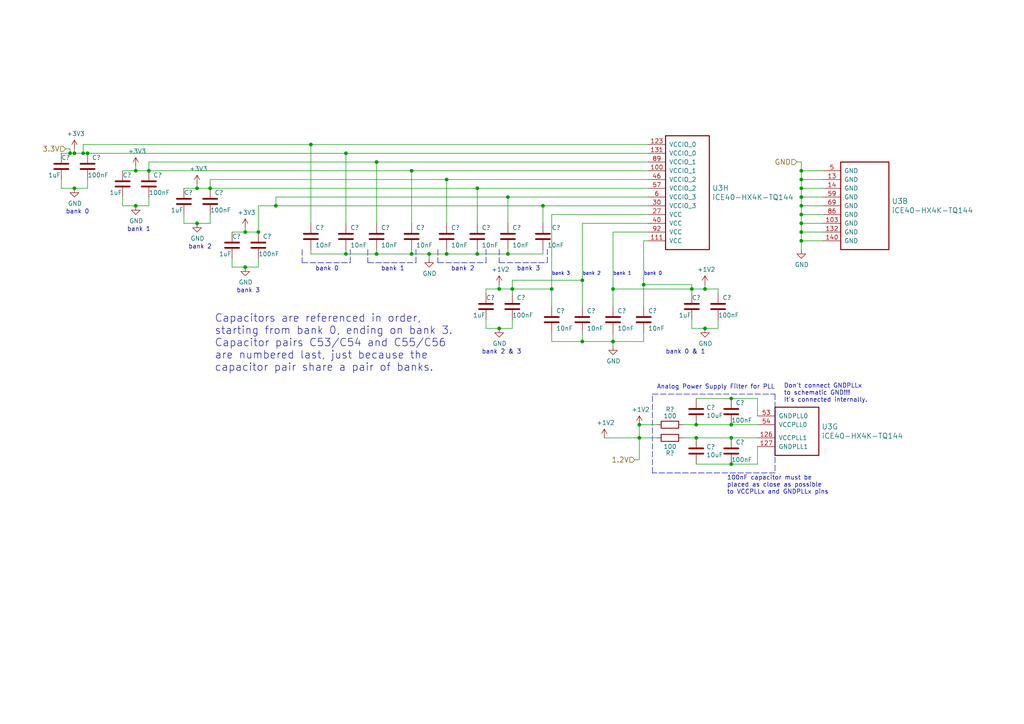
<source format=kicad_sch>
(kicad_sch (version 20231120) (generator "eeschema") (generator_version "8.0")
  (paper "A4")
  (title_block (title "FPGA Decoupling") (date "2020-04-19") (rev "1.2") (company "UTN - Facultad Regional Haedo - Grupo ASE"))
  (junction (at 138.43 73.66))
  (junction (at 212.09 127))
  (junction (at 129.54 73.66))
  (junction (at 21.59 44.45))
  (junction (at 39.37 59.69))
  (junction (at 232.41 64.77))
  (junction (at 109.22 46.99))
  (junction (at 232.41 57.15))
  (junction (at 57.15 64.77))
  (junction (at 25.4 44.45))
  (junction (at 144.78 83.82))
  (junction (at 160.02 83.82))
  (junction (at 147.32 57.15))
  (junction (at 186.69 82.55))
  (junction (at 232.41 67.31))
  (junction (at 232.41 59.69))
  (junction (at 201.93 127))
  (junction (at 109.22 73.66))
  (junction (at 119.38 49.53))
  (junction (at 71.12 67.31))
  (junction (at 21.59 54.61))
  (junction (at 204.47 95.25))
  (junction (at 24.13 44.45))
  (junction (at 232.41 52.07))
  (junction (at 212.09 134.62))
  (junction (at 200.66 83.82))
  (junction (at 119.38 73.66))
  (junction (at 177.8 99.06))
  (junction (at 204.47 83.82))
  (junction (at 232.41 62.23))
  (junction (at 100.33 44.45))
  (junction (at 57.15 54.61))
  (junction (at 90.17 41.91))
  (junction (at 144.78 95.25))
  (junction (at 124.46 73.66))
  (junction (at 232.41 49.53))
  (junction (at 177.8 83.82))
  (junction (at 185.42 123.19))
  (junction (at 129.54 52.07))
  (junction (at 80.01 59.69))
  (junction (at 20.32 44.45))
  (junction (at 74.93 67.31))
  (junction (at 71.12 77.47))
  (junction (at 100.33 73.66))
  (junction (at 212.09 115.57))
  (junction (at 147.32 73.66))
  (junction (at 201.93 123.19))
  (junction (at 168.91 99.06))
  (junction (at 232.41 54.61))
  (junction (at 232.41 69.85))
  (junction (at 157.48 59.69))
  (junction (at 43.18 49.53))
  (junction (at 39.37 49.53))
  (junction (at 148.59 83.82))
  (junction (at 138.43 54.61))
  (junction (at 168.91 81.28))
  (junction (at 212.09 123.19))
  (junction (at 185.42 127))
  (junction (at 60.96 54.61))
  (wire (pts (xy 100.33 73.66) (xy 100.33 72.39)))
  (wire (pts (xy 148.59 95.25) (xy 144.78 95.25)))
  (wire (pts (xy 138.43 72.39) (xy 138.43 73.66)))
  (wire (pts (xy 53.34 64.77) (xy 57.15 64.77)))
  (wire (pts (xy 204.47 82.55) (xy 204.47 83.82)))
  (wire (pts (xy 144.78 82.55) (xy 144.78 83.82)))
  (polyline (pts (xy 106.68 76.2) (xy 120.65 76.2)) (stroke (width 0) (type dash)))
  (wire (pts (xy 57.15 54.61) (xy 60.96 54.61)))
  (wire (pts (xy 185.42 127) (xy 190.5 127)))
  (wire (pts (xy 187.96 57.15) (xy 147.32 57.15)))
  (wire (pts (xy 21.59 44.45) (xy 24.13 44.45)))
  (wire (pts (xy 24.13 41.91) (xy 24.13 44.45)))
  (wire (pts (xy 232.41 46.99) (xy 232.41 49.53)))
  (wire (pts (xy 187.96 64.77) (xy 168.91 64.77)))
  (wire (pts (xy 67.31 67.31) (xy 71.12 67.31)))
  (wire (pts (xy 238.76 59.69) (xy 232.41 59.69)))
  (wire (pts (xy 232.41 67.31) (xy 232.41 69.85)))
  (wire (pts (xy 119.38 72.39) (xy 119.38 73.66)))
  (wire (pts (xy 198.12 123.19) (xy 201.93 123.19)))
  (wire (pts (xy 43.18 49.53) (xy 119.38 49.53)))
  (wire (pts (xy 201.93 134.62) (xy 212.09 134.62)))
  (wire (pts (xy 175.26 127) (xy 185.42 127)))
  (wire (pts (xy 187.96 49.53) (xy 119.38 49.53)))
  (wire (pts (xy 57.15 53.34) (xy 57.15 54.61)))
  (wire (pts (xy 238.76 64.77) (xy 232.41 64.77)))
  (wire (pts (xy 212.09 127) (xy 201.93 127)))
  (wire (pts (xy 90.17 41.91) (xy 90.17 64.77)))
  (wire (pts (xy 238.76 49.53) (xy 232.41 49.53)))
  (wire (pts (xy 212.09 134.62) (xy 219.71 134.62)))
  (wire (pts (xy 231.14 46.99) (xy 232.41 46.99)))
  (wire (pts (xy 208.28 95.25) (xy 204.47 95.25)))
  (wire (pts (xy 201.93 123.19) (xy 212.09 123.19)))
  (wire (pts (xy 43.18 46.99) (xy 109.22 46.99)))
  (wire (pts (xy 198.12 127) (xy 201.93 127)))
  (wire (pts (xy 186.69 82.55) (xy 200.66 82.55)))
  (wire (pts (xy 157.48 59.69) (xy 157.48 64.77)))
  (wire (pts (xy 157.48 59.69) (xy 80.01 59.69)))
  (wire (pts (xy 219.71 127) (xy 212.09 127)))
  (wire (pts (xy 147.32 57.15) (xy 147.32 64.77)))
  (wire (pts (xy 144.78 83.82) (xy 148.59 83.82)))
  (wire (pts (xy 109.22 73.66) (xy 119.38 73.66)))
  (wire (pts (xy 168.91 81.28) (xy 168.91 88.9)))
  (wire (pts (xy 25.4 44.45) (xy 100.33 44.45)))
  (wire (pts (xy 200.66 85.09) (xy 200.66 83.82)))
  (wire (pts (xy 232.41 49.53) (xy 232.41 52.07)))
  (polyline (pts (xy 106.68 72.39) (xy 106.68 76.2)) (stroke (width 0) (type dash)))
  (wire (pts (xy 109.22 72.39) (xy 109.22 73.66)))
  (wire (pts (xy 147.32 72.39) (xy 147.32 73.66)))
  (wire (pts (xy 200.66 82.55) (xy 200.66 83.82)))
  (wire (pts (xy 190.5 123.19) (xy 185.42 123.19)))
  (wire (pts (xy 187.96 54.61) (xy 138.43 54.61)))
  (wire (pts (xy 177.8 83.82) (xy 200.66 83.82)))
  (wire (pts (xy 74.93 74.93) (xy 74.93 77.47)))
  (wire (pts (xy 100.33 73.66) (xy 109.22 73.66)))
  (wire (pts (xy 35.56 49.53) (xy 39.37 49.53)))
  (wire (pts (xy 168.91 99.06) (xy 177.8 99.06)))
  (wire (pts (xy 157.48 73.66) (xy 157.48 72.39)))
  (wire (pts (xy 238.76 54.61) (xy 232.41 54.61)))
  (wire (pts (xy 148.59 92.71) (xy 148.59 95.25)))
  (wire (pts (xy 184.15 133.35) (xy 185.42 133.35)))
  (wire (pts (xy 60.96 62.23) (xy 60.96 64.77)))
  (wire (pts (xy 17.78 52.07) (xy 17.78 54.61)))
  (wire (pts (xy 238.76 52.07) (xy 232.41 52.07)))
  (wire (pts (xy 200.66 92.71) (xy 200.66 95.25)))
  (wire (pts (xy 232.41 52.07) (xy 232.41 54.61)))
  (wire (pts (xy 60.96 52.07) (xy 129.54 52.07)))
  (wire (pts (xy 80.01 57.15) (xy 80.01 59.69)))
  (wire (pts (xy 219.71 123.19) (xy 212.09 123.19)))
  (wire (pts (xy 160.02 99.06) (xy 168.91 99.06)))
  (wire (pts (xy 20.32 44.45) (xy 21.59 44.45)))
  (wire (pts (xy 168.91 81.28) (xy 148.59 81.28)))
  (wire (pts (xy 238.76 67.31) (xy 232.41 67.31)))
  (polyline (pts (xy 189.23 137.16) (xy 189.23 114.3)) (stroke (width 0) (type dash)))
  (wire (pts (xy 119.38 49.53) (xy 119.38 64.77)))
  (polyline (pts (xy 120.65 76.2) (xy 120.65 72.39)) (stroke (width 0) (type dash)))
  (wire (pts (xy 60.96 52.07) (xy 60.96 54.61)))
  (wire (pts (xy 67.31 74.93) (xy 67.31 77.47)))
  (polyline (pts (xy 127 72.39) (xy 127 76.2)) (stroke (width 0) (type dash)))
  (wire (pts (xy 129.54 72.39) (xy 129.54 73.66)))
  (wire (pts (xy 24.13 44.45) (xy 25.4 44.45)))
  (wire (pts (xy 43.18 46.99) (xy 43.18 49.53)))
  (wire (pts (xy 43.18 57.15) (xy 43.18 59.69)))
  (wire (pts (xy 39.37 49.53) (xy 43.18 49.53)))
  (polyline (pts (xy 224.79 114.3) (xy 224.79 137.16)) (stroke (width 0) (type dash)))
  (polyline (pts (xy 87.63 72.39) (xy 87.63 76.2)) (stroke (width 0) (type dash)))
  (wire (pts (xy 25.4 52.07) (xy 25.4 54.61)))
  (wire (pts (xy 80.01 59.69) (xy 74.93 59.69)))
  (wire (pts (xy 100.33 44.45) (xy 100.33 64.77)))
  (wire (pts (xy 71.12 67.31) (xy 74.93 67.31)))
  (wire (pts (xy 19.05 43.18) (xy 20.32 43.18)))
  (wire (pts (xy 232.41 69.85) (xy 232.41 72.39)))
  (wire (pts (xy 208.28 92.71) (xy 208.28 95.25)))
  (polyline (pts (xy 189.23 114.3) (xy 224.79 114.3)) (stroke (width 0) (type dash)))
  (wire (pts (xy 187.96 46.99) (xy 109.22 46.99)))
  (wire (pts (xy 35.56 59.69) (xy 39.37 59.69)))
  (wire (pts (xy 138.43 73.66) (xy 147.32 73.66)))
  (wire (pts (xy 148.59 83.82) (xy 148.59 85.09)))
  (polyline (pts (xy 101.6 76.2) (xy 101.6 72.39)) (stroke (width 0) (type dash)))
  (wire (pts (xy 186.69 96.52) (xy 186.69 99.06)))
  (wire (pts (xy 219.71 120.65) (xy 219.71 115.57)))
  (wire (pts (xy 90.17 73.66) (xy 100.33 73.66)))
  (wire (pts (xy 187.96 52.07) (xy 129.54 52.07)))
  (wire (pts (xy 238.76 62.23) (xy 232.41 62.23)))
  (wire (pts (xy 138.43 54.61) (xy 60.96 54.61)))
  (wire (pts (xy 219.71 115.57) (xy 212.09 115.57)))
  (wire (pts (xy 148.59 81.28) (xy 148.59 83.82)))
  (wire (pts (xy 232.41 62.23) (xy 232.41 64.77)))
  (polyline (pts (xy 140.97 76.2) (xy 140.97 72.39)) (stroke (width 0) (type dash)))
  (wire (pts (xy 109.22 46.99) (xy 109.22 64.77)))
  (wire (pts (xy 140.97 92.71) (xy 140.97 95.25)))
  (wire (pts (xy 129.54 52.07) (xy 129.54 64.77)))
  (wire (pts (xy 185.42 127) (xy 185.42 123.19)))
  (wire (pts (xy 71.12 66.04) (xy 71.12 67.31)))
  (wire (pts (xy 147.32 73.66) (xy 157.48 73.66)))
  (wire (pts (xy 186.69 82.55) (xy 186.69 88.9)))
  (wire (pts (xy 20.32 43.18) (xy 20.32 44.45)))
  (wire (pts (xy 238.76 57.15) (xy 232.41 57.15)))
  (wire (pts (xy 185.42 133.35) (xy 185.42 127)))
  (wire (pts (xy 200.66 83.82) (xy 204.47 83.82)))
  (polyline (pts (xy 224.79 137.16) (xy 189.23 137.16)) (stroke (width 0) (type dash)))
  (wire (pts (xy 43.18 59.69) (xy 39.37 59.69)))
  (wire (pts (xy 140.97 95.25) (xy 144.78 95.25)))
  (wire (pts (xy 129.54 73.66) (xy 138.43 73.66)))
  (wire (pts (xy 17.78 54.61) (xy 21.59 54.61)))
  (wire (pts (xy 177.8 83.82) (xy 177.8 88.9)))
  (wire (pts (xy 168.91 64.77) (xy 168.91 81.28)))
  (wire (pts (xy 187.96 59.69) (xy 157.48 59.69)))
  (wire (pts (xy 21.59 43.18) (xy 21.59 44.45)))
  (wire (pts (xy 232.41 64.77) (xy 232.41 67.31)))
  (wire (pts (xy 177.8 99.06) (xy 177.8 100.33)))
  (polyline (pts (xy 144.78 72.39) (xy 144.78 76.2)) (stroke (width 0) (type dash)))
  (wire (pts (xy 238.76 69.85) (xy 232.41 69.85)))
  (wire (pts (xy 204.47 83.82) (xy 208.28 83.82)))
  (wire (pts (xy 200.66 95.25) (xy 204.47 95.25)))
  (wire (pts (xy 74.93 77.47) (xy 71.12 77.47)))
  (polyline (pts (xy 158.75 76.2) (xy 158.75 72.39)) (stroke (width 0) (type dash)))
  (wire (pts (xy 208.28 83.82) (xy 208.28 85.09)))
  (wire (pts (xy 119.38 73.66) (xy 124.46 73.66)))
  (wire (pts (xy 53.34 54.61) (xy 57.15 54.61)))
  (polyline (pts (xy 144.78 76.2) (xy 158.75 76.2)) (stroke (width 0) (type dash)))
  (wire (pts (xy 232.41 57.15) (xy 232.41 59.69)))
  (wire (pts (xy 17.78 44.45) (xy 20.32 44.45)))
  (wire (pts (xy 219.71 134.62) (xy 219.71 129.54)))
  (wire (pts (xy 160.02 96.52) (xy 160.02 99.06)))
  (wire (pts (xy 160.02 62.23) (xy 160.02 83.82)))
  (wire (pts (xy 140.97 83.82) (xy 144.78 83.82)))
  (wire (pts (xy 201.93 115.57) (xy 212.09 115.57)))
  (wire (pts (xy 187.96 67.31) (xy 177.8 67.31)))
  (wire (pts (xy 124.46 73.66) (xy 129.54 73.66)))
  (wire (pts (xy 187.96 44.45) (xy 100.33 44.45)))
  (wire (pts (xy 60.96 64.77) (xy 57.15 64.77)))
  (wire (pts (xy 53.34 62.23) (xy 53.34 64.77)))
  (wire (pts (xy 74.93 59.69) (xy 74.93 67.31)))
  (wire (pts (xy 147.32 57.15) (xy 80.01 57.15)))
  (wire (pts (xy 186.69 99.06) (xy 177.8 99.06)))
  (polyline (pts (xy 87.63 76.2) (xy 101.6 76.2)) (stroke (width 0) (type dash)))
  (polyline (pts (xy 127 76.2) (xy 140.97 76.2)) (stroke (width 0) (type dash)))
  (wire (pts (xy 177.8 96.52) (xy 177.8 99.06)))
  (wire (pts (xy 186.69 69.85) (xy 186.69 82.55)))
  (wire (pts (xy 140.97 85.09) (xy 140.97 83.82)))
  (wire (pts (xy 24.13 41.91) (xy 90.17 41.91)))
  (wire (pts (xy 187.96 69.85) (xy 186.69 69.85)))
  (wire (pts (xy 232.41 59.69) (xy 232.41 62.23)))
  (wire (pts (xy 177.8 67.31) (xy 177.8 83.82)))
  (wire (pts (xy 160.02 83.82) (xy 160.02 88.9)))
  (wire (pts (xy 187.96 62.23) (xy 160.02 62.23)))
  (wire (pts (xy 187.96 41.91) (xy 90.17 41.91)))
  (wire (pts (xy 35.56 57.15) (xy 35.56 59.69)))
  (wire (pts (xy 232.41 54.61) (xy 232.41 57.15)))
  (wire (pts (xy 160.02 83.82) (xy 148.59 83.82)))
  (wire (pts (xy 124.46 73.66) (xy 124.46 74.93)))
  (wire (pts (xy 90.17 73.66) (xy 90.17 72.39)))
  (wire (pts (xy 168.91 96.52) (xy 168.91 99.06)))
  (wire (pts (xy 25.4 54.61) (xy 21.59 54.61)))
  (wire (pts (xy 67.31 77.47) (xy 71.12 77.47)))
  (wire (pts (xy 39.37 48.26) (xy 39.37 49.53)))
  (wire (pts (xy 138.43 54.61) (xy 138.43 64.77)))
  (text "Capacitors are referenced in order,\nstarting from bank 0, ending on bank 3.\nCapacitor pairs C53/C54 and C55/C56\nare numbered last, just because the \ncapacitor pair share a pair of banks." (at 62.23 107.95 0) (effects (font (size 2.2098 2.2098)) (justify left bottom)))
  (text "Don't connect GNDPLLx\nto schematic GND!!!\nIt's connected internally." (at 227.33 116.84 0) (effects (font (size 1.27 1.27)) (justify left bottom)))
  (text "bank 1" (at 110.49 78.74 0) (effects (font (size 1.27 1.27)) (justify left bottom)))
  (text "bank 2" (at 168.91 80.01 0) (effects (font (size 0.9906 0.9906)) (justify left bottom)))
  (text "bank 3" (at 149.86 78.74 0) (effects (font (size 1.27 1.27)) (justify left bottom)))
  (text "bank 0" (at 91.44 78.74 0) (effects (font (size 1.27 1.27)) (justify left bottom)))
  (text "Analog Power Supply Filter for PLL" (at 190.5 113.03 0) (effects (font (size 1.27 1.27)) (justify left bottom)))
  (text "bank 1" (at 36.83 67.31 0) (effects (font (size 1.27 1.27)) (justify left bottom)))
  (text "bank 0 & 1" (at 193.04 102.87 0) (effects (font (size 1.27 1.27)) (justify left bottom)))
  (text "bank 0" (at 19.05 62.23 0) (effects (font (size 1.27 1.27)) (justify left bottom)))
  (text "bank 3" (at 160.02 80.01 0) (effects (font (size 0.9906 0.9906)) (justify left bottom)))
  (text "bank 3" (at 68.58 85.09 0) (effects (font (size 1.27 1.27)) (justify left bottom)))
  (text "100nF capacitor must be\nplaced as close as possible\nto VCCPLLx and GNDPLLx pins" (at 210.82 143.51 0) (effects (font (size 1.27 1.27)) (justify left bottom)))
  (text "bank 2" (at 130.81 78.74 0) (effects (font (size 1.27 1.27)) (justify left bottom)))
  (text "bank 2" (at 54.61 72.39 0) (effects (font (size 1.27 1.27)) (justify left bottom)))
  (text "bank 0" (at 186.69 80.01 0) (effects (font (size 0.9906 0.9906)) (justify left bottom)))
  (text "bank 1" (at 177.8 80.01 0) (effects (font (size 0.9906 0.9906)) (justify left bottom)))
  (text "bank 2 & 3" (at 139.7 102.87 0) (effects (font (size 1.27 1.27)) (justify left bottom)))
  (hierarchical_label "GND" (shape input) (at 231.14 46.99 180) (effects (font (size 1.4986 1.4986))))
  (hierarchical_label "1.2V" (shape input) (at 184.15 133.35 180) (effects (font (size 1.4986 1.4986))))
  (hierarchical_label "3.3V" (shape input) (at 19.05 43.18 180) (effects (font (size 1.4986 1.4986))))
  (symbol (lib_id "ice40-hx4k-tq144:iCE40-HX4K-TQ144") (at 238.76 49.53 0) (unit 2)
    (property "Reference" "U3" (at 258.5974 58.3438 0) (effects (font (size 1.524 1.524)) (justify left)))
    (property "Value" "iCE40-HX4K-TQ144" (at 258.5974 61.0362 0) (effects (font (size 1.524 1.524)) (justify left)))
    (property "Footprint" "footprints:QFP50P2200X2200X160-144N" (effects (hide yes)))
    (property "Description" "FPGA - Field Programmable Gate Array iCE40HX 3520 LUTs 1.2V Ultra Low-Power" (effects (hide yes)))
    (property "EmptyField" "-" (effects (hide yes)))
    (property "DatasheetName" "iCE40 LP/HX Family" (effects (hide yes)))
    (property "DatasheetLink" "https://ar.mouser.com/datasheet/2/225/FPGA-DS-02029-3-5-iCE40-LP-HX-Family-Data-Sheet-1022803.pdf" (effects (hide yes)))
    (property "Manufacturer" "Lattice" (effects (hide yes)))
    (property "OrderCode" "iCE40HX4K-TQ144" (effects (hide yes)))
    (property "ProviderLink" "https://ar.mouser.com/ProductDetail/Lattice/iCE40HX4K-TQ144?qs=%2Fha2pyFaduhJzbKPIVyuV1AxwgvoWTwReZRNA8sS2pFlkrTUNkMLRQ%3D%3D" (effects (hide yes)))
    (property "ProviderOrderCode" "842-ICE40HX4K-TQ144" (effects (hide yes)))
    (property "ComponentTechnology" "-" (effects (hide yes)))
  )
  (symbol (lib_id "ice40-hx4k-tq144:iCE40-HX4K-TQ144") (at 219.71 120.65 0) (unit 7)
    (property "Reference" "U3" (at 238.2774 123.7488 0) (effects (font (size 1.524 1.524)) (justify left)))
    (property "Value" "iCE40-HX4K-TQ144" (at 238.2774 126.4412 0) (effects (font (size 1.524 1.524)) (justify left)))
    (property "Footprint" "footprints:QFP50P2200X2200X160-144N" (effects (hide yes)))
    (property "Description" "FPGA - Field Programmable Gate Array iCE40HX 3520 LUTs 1.2V Ultra Low-Power" (effects (hide yes)))
    (property "EmptyField" "-" (effects (hide yes)))
    (property "DatasheetName" "iCE40 LP/HX Family" (effects (hide yes)))
    (property "DatasheetLink" "https://ar.mouser.com/datasheet/2/225/FPGA-DS-02029-3-5-iCE40-LP-HX-Family-Data-Sheet-1022803.pdf" (effects (hide yes)))
    (property "Manufacturer" "Lattice" (effects (hide yes)))
    (property "OrderCode" "iCE40HX4K-TQ144" (effects (hide yes)))
    (property "ProviderLink" "https://ar.mouser.com/ProductDetail/Lattice/iCE40HX4K-TQ144?qs=%2Fha2pyFaduhJzbKPIVyuV1AxwgvoWTwReZRNA8sS2pFlkrTUNkMLRQ%3D%3D" (effects (hide yes)))
    (property "ProviderOrderCode" "842-ICE40HX4K-TQ144" (effects (hide yes)))
    (property "ComponentTechnology" "-" (effects (hide yes)))
  )
  (symbol (lib_id "ice40-hx4k-tq144:iCE40-HX4K-TQ144") (at 187.96 41.91 0) (unit 8)
    (property "Reference" "U3" (at 206.5274 54.5338 0) (effects (font (size 1.524 1.524)) (justify left)))
    (property "Value" "iCE40-HX4K-TQ144" (at 206.5274 57.2262 0) (effects (font (size 1.524 1.524)) (justify left)))
    (property "Footprint" "footprints:QFP50P2200X2200X160-144N" (effects (hide yes)))
    (property "Description" "FPGA - Field Programmable Gate Array iCE40HX 3520 LUTs 1.2V Ultra Low-Power" (effects (hide yes)))
    (property "EmptyField" "-" (effects (hide yes)))
    (property "DatasheetName" "iCE40 LP/HX Family" (effects (hide yes)))
    (property "DatasheetLink" "https://ar.mouser.com/datasheet/2/225/FPGA-DS-02029-3-5-iCE40-LP-HX-Family-Data-Sheet-1022803.pdf" (effects (hide yes)))
    (property "Manufacturer" "Lattice" (effects (hide yes)))
    (property "OrderCode" "iCE40HX4K-TQ144" (effects (hide yes)))
    (property "ProviderLink" "https://ar.mouser.com/ProductDetail/Lattice/iCE40HX4K-TQ144?qs=%2Fha2pyFaduhJzbKPIVyuV1AxwgvoWTwReZRNA8sS2pFlkrTUNkMLRQ%3D%3D" (effects (hide yes)))
    (property "ProviderOrderCode" "842-ICE40HX4K-TQ144" (effects (hide yes)))
    (property "ComponentTechnology" "-" (effects (hide yes)))
  )
  (symbol (lib_id "FPGA para todos-rescue:GND-power-FPGA-para-todos-rescue") (at 232.41 72.39 0) (unit 1)
    (property "Reference" "#PWR0134" (effects (hide yes)))
    (property "Value" "GND" (at 232.537 76.7842 0))
  )
  (symbol (lib_id "FPGA para todos-rescue:+1V2-power-FPGA-para-todos-rescue") (at 185.42 123.19 0) (unit 1)
    (property "Reference" "#PWR0135" (effects (hide yes)))
    (property "Value" "+1V2" (at 185.801 118.7958 0))
  )
  (symbol (lib_id "FPGA para todos-rescue:+1V2-power-FPGA-para-todos-rescue") (at 144.78 82.55 0) (unit 1)
    (property "Reference" "#PWR0136" (effects (hide yes)))
    (property "Value" "+1V2" (at 145.161 78.1558 0))
  )
  (symbol (lib_id "FPGA para todos-rescue:GND-power-FPGA-para-todos-rescue") (at 177.8 100.33 0) (unit 1)
    (property "Reference" "#PWR0137" (effects (hide yes)))
    (property "Value" "GND" (at 177.927 104.7242 0))
  )
  (symbol (lib_id "FPGA para todos-rescue:+3.3V-power-FPGA-para-todos-rescue") (at 21.59 43.18 0) (unit 1)
    (property "Reference" "#PWR0138" (effects (hide yes)))
    (property "Value" "+3V3" (at 21.971 38.7858 0))
  )
  (symbol (lib_id "FPGA para todos-rescue:GND-power-FPGA-para-todos-rescue") (at 124.46 74.93 0) (unit 1)
    (property "Reference" "#PWR0139" (effects (hide yes)))
    (property "Value" "GND" (at 124.587 79.3242 0))
  )
  (symbol (lib_id "FPGA para todos-rescue:GND-power-FPGA-para-todos-rescue") (at 21.59 54.61 0) (unit 1)
    (property "Reference" "#PWR0140" (effects (hide yes)))
    (property "Value" "GND" (at 21.717 59.0042 0))
  )
  (symbol (lib_id "FPGA para todos-rescue:+3.3V-power-FPGA-para-todos-rescue") (at 39.37 48.26 0) (unit 1)
    (property "Reference" "#PWR0141" (effects (hide yes)))
    (property "Value" "+3V3" (at 39.751 43.8658 0))
  )
  (symbol (lib_id "FPGA para todos-rescue:+3.3V-power-FPGA-para-todos-rescue") (at 71.12 66.04 0) (unit 1)
    (property "Reference" "#PWR0142" (effects (hide yes)))
    (property "Value" "+3V3" (at 71.501 61.6458 0))
  )
  (symbol (lib_id "FPGA para todos-rescue:+3.3V-power-FPGA-para-todos-rescue") (at 57.15 53.34 0) (unit 1)
    (property "Reference" "#PWR0143" (effects (hide yes)))
    (property "Value" "+3V3" (at 57.531 48.9458 0))
  )
  (symbol (lib_id "FPGA para todos-rescue:+1V2-power-FPGA-para-todos-rescue") (at 204.47 82.55 0) (unit 1)
    (property "Reference" "#PWR0144" (effects (hide yes)))
    (property "Value" "+1V2" (at 204.851 78.1558 0))
  )
  (symbol (lib_id "FPGA para todos-rescue:C-Device-FPGA-para-todos-rescue") (at 212.09 130.81 0) (unit 1)
    (property "Reference" "C?" (at 213.36 128.27 0) (effects (justify left)))
    (property "Value" "100nF" (at 212.09 133.35 0) (effects (justify left)))
    (property "Footprint" "footprints:C_0805_2012Metric_Pad1.15x1.40mm_HandSolder" (effects (hide yes)))
    (property "Description" "Decoupling cap - 6.3V" (effects (hide yes)))
    (property "EmptyField" "-" (effects (hide yes)))
    (property "DatasheetName" "SURFACE-MOUNT CERAMIC MULTILAYER CAPACITORS" (effects (hide yes)))
    (property "DatasheetLink" "https://ar.mouser.com/datasheet/2/447/UPY-GPHC_X7R_6.3V-to-50V_18-1154002.pdf" (effects (hide yes)))
    (property "Manufacturer" "YAGEO" (effects (hide yes)))
    (property "OrderCode" "CC0805KRX7R5BB104 " (effects (hide yes)))
    (property "ProviderLink" "https://ar.mouser.com/ProductDetail/Yageo/CC0805KRX7R5BB104?qs=UgE%2F0m3bTsYCB3fBtxx4RA%3D%3D" (effects (hide yes)))
    (property "ProviderOrderCode" "603-CC0805KRX75BB104 " (effects (hide yes)))
    (property "ComponentTechnology" "Ceramic - X7R TC material" (effects (hide yes)))
    (instances (project "" (path "" (reference "C?") (unit 1)) (path "" (reference "C?") (unit 1)) (path "" (reference "C35") (unit 1))))
  )
  (symbol (lib_id "FPGA para todos-rescue:C-Device-FPGA-para-todos-rescue") (at 160.02 92.71 0) (unit 1)
    (property "Reference" "C?" (at 161.29 90.17 0) (effects (justify left)))
    (property "Value" "10nF" (at 161.29 95.25 0) (effects (justify left)))
    (property "Footprint" "footprints:C_0805_2012Metric_Pad1.15x1.40mm_HandSolder" (effects (hide yes)))
    (property "Description" "Decoupling cap" (effects (hide yes)))
    (property "EmptyField" "-" (effects (hide yes)))
    (property "DatasheetName" "SURFACE-MOUNT CERAMIC MULTILAYER CAPACITORS" (effects (hide yes)))
    (property "DatasheetLink" "https://ar.mouser.com/datasheet/2/447/UPY-GPHC_X7R_6.3V-to-50V_18-1154002.pdf" (effects (hide yes)))
    (property "Manufacturer" "YAGEO" (effects (hide yes)))
    (property "OrderCode" "CC0805KRX7R7BB103 " (effects (hide yes)))
    (property "ProviderLink" "https://ar.mouser.com/ProductDetail/Yageo/CC0805KRX7R7BB103?qs=sGAEpiMZZMs0AnBnWHyRQAqZuYDIKiCDic8tFvJ0DLk1elEorQqHTA%3D%3D" (effects (hide yes)))
    (property "ProviderOrderCode" "603-CC0805KRX77BB103" (effects (hide yes)))
    (property "ComponentTechnology" "Ceramic - X7R TC material" (effects (hide yes)))
    (instances (project "" (path "" (reference "C?") (unit 1)) (path "" (reference "C?") (unit 1)) (path "" (reference "C52") (unit 1))))
  )
  (symbol (lib_id "FPGA para todos-rescue:C-Device-FPGA-para-todos-rescue") (at 201.93 130.81 0) (unit 1)
    (property "Reference" "C?" (at 204.851 129.6416 0) (effects (justify left)))
    (property "Value" "10uF" (at 204.851 131.953 0) (effects (justify left)))
    (property "Footprint" "footprints:C_0805_2012Metric_Pad1.15x1.40mm_HandSolder" (effects (hide yes)))
    (property "Description" "Decoupling cap" (effects (hide yes)))
    (property "EmptyField" "-" (effects (hide yes)))
    (property "DatasheetName" "SURFACE MOUNT MULTILAYER CERAMIC CAPACITORS" (effects (hide yes)))
    (property "DatasheetLink" "https://ar.mouser.com/datasheet/2/447/UPY-GPHC_X5R_4V-to-50V_25-1131599.pdf" (effects (hide yes)))
    (property "Manufacturer" "YAGEO" (effects (hide yes)))
    (property "OrderCode" "CC0805KFX5R5BB106" (effects (hide yes)))
    (property "ProviderLink" "https://ar.mouser.com/ProductDetail/Yageo/CC0805KFX5R5BB106?qs=sGAEpiMZZMs0AnBnWHyRQC78fOh4A%252BtzKxcu72T1KFI%3D" (effects (hide yes)))
    (property "ProviderOrderCode" "603-CC805KFX5R5BB106" (effects (hide yes)))
    (property "ComponentTechnology" "ceramic - X5R series chip capacitors" (effects (hide yes)))
    (instances (project "" (path "" (reference "C?") (unit 1)) (path "" (reference "C?") (unit 1)) (path "" (reference "C?") (unit 1)) (path "" (reference "C34") (unit 1))))
  )
  (symbol (lib_id "FPGA para todos-rescue:C-Device-FPGA-para-todos-rescue") (at 90.17 68.58 0) (unit 1)
    (property "Reference" "C?" (at 91.44 66.04 0) (effects (justify left)))
    (property "Value" "10nF" (at 91.44 71.12 0) (effects (justify left)))
    (property "Footprint" "footprints:C_0805_2012Metric_Pad1.15x1.40mm_HandSolder" (effects (hide yes)))
    (property "Description" "Decoupling cap" (effects (hide yes)))
    (property "EmptyField" "-" (effects (hide yes)))
    (property "DatasheetName" "SURFACE-MOUNT CERAMIC MULTILAYER CAPACITORS" (effects (hide yes)))
    (property "DatasheetLink" "https://ar.mouser.com/datasheet/2/447/UPY-GPHC_X7R_6.3V-to-50V_18-1154002.pdf" (effects (hide yes)))
    (property "Manufacturer" "YAGEO" (effects (hide yes)))
    (property "OrderCode" "CC0805KRX7R7BB103 " (effects (hide yes)))
    (property "ProviderLink" "https://ar.mouser.com/ProductDetail/Yageo/CC0805KRX7R7BB103?qs=sGAEpiMZZMs0AnBnWHyRQAqZuYDIKiCDic8tFvJ0DLk1elEorQqHTA%3D%3D" (effects (hide yes)))
    (property "ProviderOrderCode" "603-CC0805KRX77BB103" (effects (hide yes)))
    (property "ComponentTechnology" "Ceramic - X7R TC material" (effects (hide yes)))
    (instances (project "" (path "" (reference "C?") (unit 1)) (path "" (reference "C?") (unit 1)) (path "" (reference "C31") (unit 1))))
  )
  (symbol (lib_id "FPGA para todos-rescue:C-Device-FPGA-para-todos-rescue") (at 100.33 68.58 0) (unit 1)
    (property "Reference" "C?" (at 101.6 66.04 0) (effects (justify left)))
    (property "Value" "10nF" (at 101.6 71.12 0) (effects (justify left)))
    (property "Footprint" "footprints:C_0805_2012Metric_Pad1.15x1.40mm_HandSolder" (effects (hide yes)))
    (property "Description" "Decoupling cap" (effects (hide yes)))
    (property "EmptyField" "-" (effects (hide yes)))
    (property "DatasheetName" "SURFACE-MOUNT CERAMIC MULTILAYER CAPACITORS" (effects (hide yes)))
    (property "DatasheetLink" "https://ar.mouser.com/datasheet/2/447/UPY-GPHC_X7R_6.3V-to-50V_18-1154002.pdf" (effects (hide yes)))
    (property "Manufacturer" "YAGEO" (effects (hide yes)))
    (property "OrderCode" "CC0805KRX7R7BB103 " (effects (hide yes)))
    (property "ProviderLink" "https://ar.mouser.com/ProductDetail/Yageo/CC0805KRX7R7BB103?qs=sGAEpiMZZMs0AnBnWHyRQAqZuYDIKiCDic8tFvJ0DLk1elEorQqHTA%3D%3D" (effects (hide yes)))
    (property "ProviderOrderCode" "603-CC0805KRX77BB103" (effects (hide yes)))
    (property "ComponentTechnology" "Ceramic - X7R TC material" (effects (hide yes)))
    (instances (project "" (path "" (reference "C?") (unit 1)) (path "" (reference "C?") (unit 1)) (path "" (reference "C32") (unit 1))))
  )
  (symbol (lib_id "FPGA para todos-rescue:C-Device-FPGA-para-todos-rescue") (at 109.22 68.58 0) (unit 1)
    (property "Reference" "C?" (at 110.49 66.04 0) (effects (justify left)))
    (property "Value" "10nF" (at 110.49 71.12 0) (effects (justify left)))
    (property "Footprint" "footprints:C_0805_2012Metric_Pad1.15x1.40mm_HandSolder" (effects (hide yes)))
    (property "Description" "Decoupling cap" (effects (hide yes)))
    (property "EmptyField" "-" (effects (hide yes)))
    (property "DatasheetName" "SURFACE-MOUNT CERAMIC MULTILAYER CAPACITORS" (effects (hide yes)))
    (property "DatasheetLink" "https://ar.mouser.com/datasheet/2/447/UPY-GPHC_X7R_6.3V-to-50V_18-1154002.pdf" (effects (hide yes)))
    (property "Manufacturer" "YAGEO" (effects (hide yes)))
    (property "OrderCode" "CC0805KRX7R7BB103 " (effects (hide yes)))
    (property "ProviderLink" "https://ar.mouser.com/ProductDetail/Yageo/CC0805KRX7R7BB103?qs=sGAEpiMZZMs0AnBnWHyRQAqZuYDIKiCDic8tFvJ0DLk1elEorQqHTA%3D%3D" (effects (hide yes)))
    (property "ProviderOrderCode" "603-CC0805KRX77BB103" (effects (hide yes)))
    (property "ComponentTechnology" "Ceramic - X7R TC material" (effects (hide yes)))
    (instances (project "" (path "" (reference "C?") (unit 1)) (path "" (reference "C?") (unit 1)) (path "" (reference "C38") (unit 1))))
  )
  (symbol (lib_id "FPGA para todos-rescue:C-Device-FPGA-para-todos-rescue") (at 119.38 68.58 0) (unit 1)
    (property "Reference" "C?" (at 120.65 66.04 0) (effects (justify left)))
    (property "Value" "10nF" (at 120.65 71.12 0) (effects (justify left)))
    (property "Footprint" "footprints:C_0805_2012Metric_Pad1.15x1.40mm_HandSolder" (effects (hide yes)))
    (property "Description" "Decoupling cap" (effects (hide yes)))
    (property "EmptyField" "-" (effects (hide yes)))
    (property "DatasheetName" "SURFACE-MOUNT CERAMIC MULTILAYER CAPACITORS" (effects (hide yes)))
    (property "DatasheetLink" "https://ar.mouser.com/datasheet/2/447/UPY-GPHC_X7R_6.3V-to-50V_18-1154002.pdf" (effects (hide yes)))
    (property "Manufacturer" "YAGEO" (effects (hide yes)))
    (property "OrderCode" "CC0805KRX7R7BB103 " (effects (hide yes)))
    (property "ProviderLink" "https://ar.mouser.com/ProductDetail/Yageo/CC0805KRX7R7BB103?qs=sGAEpiMZZMs0AnBnWHyRQAqZuYDIKiCDic8tFvJ0DLk1elEorQqHTA%3D%3D" (effects (hide yes)))
    (property "ProviderOrderCode" "603-CC0805KRX77BB103" (effects (hide yes)))
    (property "ComponentTechnology" "Ceramic - X7R TC material" (effects (hide yes)))
    (instances (project "" (path "" (reference "C?") (unit 1)) (path "" (reference "C?") (unit 1)) (path "" (reference "C39") (unit 1))))
  )
  (symbol (lib_id "FPGA para todos-rescue:C-Device-FPGA-para-todos-rescue") (at 129.54 68.58 0) (unit 1)
    (property "Reference" "C?" (at 130.81 66.04 0) (effects (justify left)))
    (property "Value" "10nF" (at 130.81 71.12 0) (effects (justify left)))
    (property "Footprint" "footprints:C_0805_2012Metric_Pad1.15x1.40mm_HandSolder" (effects (hide yes)))
    (property "Description" "Decoupling cap" (effects (hide yes)))
    (property "EmptyField" "-" (effects (hide yes)))
    (property "DatasheetName" "SURFACE-MOUNT CERAMIC MULTILAYER CAPACITORS" (effects (hide yes)))
    (property "DatasheetLink" "https://ar.mouser.com/datasheet/2/447/UPY-GPHC_X7R_6.3V-to-50V_18-1154002.pdf" (effects (hide yes)))
    (property "Manufacturer" "YAGEO" (effects (hide yes)))
    (property "OrderCode" "CC0805KRX7R7BB103 " (effects (hide yes)))
    (property "ProviderLink" "https://ar.mouser.com/ProductDetail/Yageo/CC0805KRX7R7BB103?qs=sGAEpiMZZMs0AnBnWHyRQAqZuYDIKiCDic8tFvJ0DLk1elEorQqHTA%3D%3D" (effects (hide yes)))
    (property "ProviderOrderCode" "603-CC0805KRX77BB103" (effects (hide yes)))
    (property "ComponentTechnology" "Ceramic - X7R TC material" (effects (hide yes)))
    (instances (project "" (path "" (reference "C?") (unit 1)) (path "" (reference "C?") (unit 1)) (path "" (reference "C43") (unit 1))))
  )
  (symbol (lib_id "FPGA para todos-rescue:C-Device-FPGA-para-todos-rescue") (at 138.43 68.58 0) (unit 1)
    (property "Reference" "C?" (at 139.7 66.04 0) (effects (justify left)))
    (property "Value" "10nF" (at 139.7 71.12 0) (effects (justify left)))
    (property "Footprint" "footprints:C_0805_2012Metric_Pad1.15x1.40mm_HandSolder" (effects (hide yes)))
    (property "Description" "Decoupling cap" (effects (hide yes)))
    (property "EmptyField" "-" (effects (hide yes)))
    (property "DatasheetName" "SURFACE-MOUNT CERAMIC MULTILAYER CAPACITORS" (effects (hide yes)))
    (property "DatasheetLink" "https://ar.mouser.com/datasheet/2/447/UPY-GPHC_X7R_6.3V-to-50V_18-1154002.pdf" (effects (hide yes)))
    (property "Manufacturer" "YAGEO" (effects (hide yes)))
    (property "OrderCode" "CC0805KRX7R7BB103 " (effects (hide yes)))
    (property "ProviderLink" "https://ar.mouser.com/ProductDetail/Yageo/CC0805KRX7R7BB103?qs=sGAEpiMZZMs0AnBnWHyRQAqZuYDIKiCDic8tFvJ0DLk1elEorQqHTA%3D%3D" (effects (hide yes)))
    (property "ProviderOrderCode" "603-CC0805KRX77BB103" (effects (hide yes)))
    (property "ComponentTechnology" "Ceramic - X7R TC material" (effects (hide yes)))
    (instances (project "" (path "" (reference "C?") (unit 1)) (path "" (reference "C?") (unit 1)) (path "" (reference "C44") (unit 1))))
  )
  (symbol (lib_id "FPGA para todos-rescue:C-Device-FPGA-para-todos-rescue") (at 147.32 68.58 0) (unit 1)
    (property "Reference" "C?" (at 148.59 66.04 0) (effects (justify left)))
    (property "Value" "10nF" (at 148.59 71.12 0) (effects (justify left)))
    (property "Footprint" "footprints:C_0805_2012Metric_Pad1.15x1.40mm_HandSolder" (effects (hide yes)))
    (property "Description" "Decoupling cap" (effects (hide yes)))
    (property "EmptyField" "-" (effects (hide yes)))
    (property "DatasheetName" "SURFACE-MOUNT CERAMIC MULTILAYER CAPACITORS" (effects (hide yes)))
    (property "DatasheetLink" "https://ar.mouser.com/datasheet/2/447/UPY-GPHC_X7R_6.3V-to-50V_18-1154002.pdf" (effects (hide yes)))
    (property "Manufacturer" "YAGEO" (effects (hide yes)))
    (property "OrderCode" "CC0805KRX7R7BB103 " (effects (hide yes)))
    (property "ProviderLink" "https://ar.mouser.com/ProductDetail/Yageo/CC0805KRX7R7BB103?qs=sGAEpiMZZMs0AnBnWHyRQAqZuYDIKiCDic8tFvJ0DLk1elEorQqHTA%3D%3D" (effects (hide yes)))
    (property "ProviderOrderCode" "603-CC0805KRX77BB103" (effects (hide yes)))
    (property "ComponentTechnology" "Ceramic - X7R TC material" (effects (hide yes)))
    (instances (project "" (path "" (reference "C?") (unit 1)) (path "" (reference "C?") (unit 1)) (path "" (reference "C50") (unit 1))))
  )
  (symbol (lib_id "FPGA para todos-rescue:C-Device-FPGA-para-todos-rescue") (at 157.48 68.58 0) (unit 1)
    (property "Reference" "C?" (at 160.02 66.04 0) (effects (justify left)))
    (property "Value" "10nF" (at 158.75 71.12 0) (effects (justify left)))
    (property "Footprint" "footprints:C_0805_2012Metric_Pad1.15x1.40mm_HandSolder" (effects (hide yes)))
    (property "Description" "Decoupling cap" (effects (hide yes)))
    (property "EmptyField" "-" (effects (hide yes)))
    (property "DatasheetName" "SURFACE-MOUNT CERAMIC MULTILAYER CAPACITORS" (effects (hide yes)))
    (property "DatasheetLink" "https://ar.mouser.com/datasheet/2/447/UPY-GPHC_X7R_6.3V-to-50V_18-1154002.pdf" (effects (hide yes)))
    (property "Manufacturer" "YAGEO" (effects (hide yes)))
    (property "OrderCode" "CC0805KRX7R7BB103 " (effects (hide yes)))
    (property "ProviderLink" "https://ar.mouser.com/ProductDetail/Yageo/CC0805KRX7R7BB103?qs=sGAEpiMZZMs0AnBnWHyRQAqZuYDIKiCDic8tFvJ0DLk1elEorQqHTA%3D%3D" (effects (hide yes)))
    (property "ProviderOrderCode" "603-CC0805KRX77BB103" (effects (hide yes)))
    (property "ComponentTechnology" "Ceramic - X7R TC material" (effects (hide yes)))
    (instances (project "" (path "" (reference "C?") (unit 1)) (path "" (reference "C?") (unit 1)) (path "" (reference "C51") (unit 1))))
  )
  (symbol (lib_id "FPGA para todos-rescue:C-Device-FPGA-para-todos-rescue") (at 17.78 48.26 0) (unit 1)
    (property "Reference" "C?" (at 17.78 45.72 0) (effects (justify left)))
    (property "Value" "1uF" (at 13.97 50.8 0) (effects (justify left)))
    (property "Footprint" "footprints:C_0805_2012Metric_Pad1.15x1.40mm_HandSolder" (effects (hide yes)))
    (property "Description" "Decoupling cap" (effects (hide yes)))
    (property "EmptyField" "-" (effects (hide yes)))
    (property "DatasheetName" "SURFACE MOUNT MULTILAYER CERAMIC CAPACITORS" (effects (hide yes)))
    (property "DatasheetLink" "https://ar.mouser.com/datasheet/2/447/UPY-GPHC_X5R_4V-to-50V_25-1131599.pdf" (effects (hide yes)))
    (property "Manufacturer" "YAGEO" (effects (hide yes)))
    (property "OrderCode" "CC0805KKX5R5BB105" (effects (hide yes)))
    (property "ProviderLink" "https://ar.mouser.com/ProductDetail/Yageo/CC0805KKX5R5BB105?qs=sGAEpiMZZMs0AnBnWHyRQItaX7oCOlrYATfCxbY6oYM%3D" (effects (hide yes)))
    (property "ProviderOrderCode" "603-CC0805KR5BB105" (effects (hide yes)))
    (property "ComponentTechnology" "ceramic - X5R series chip capacitors" (effects (hide yes)))
    (instances (project "" (path "" (reference "C?") (unit 1)) (path "" (reference "C?") (unit 1)) (path "" (reference "C29") (unit 1))))
  )
  (symbol (lib_id "FPGA para todos-rescue:C-Device-FPGA-para-todos-rescue") (at 25.4 48.26 0) (unit 1)
    (property "Reference" "C?" (at 26.67 45.72 0) (effects (justify left)))
    (property "Value" "100nF" (at 25.4 50.8 0) (effects (justify left)))
    (property "Footprint" "footprints:C_0805_2012Metric_Pad1.15x1.40mm_HandSolder" (effects (hide yes)))
    (property "Description" "Decoupling cap - 6.3V" (effects (hide yes)))
    (property "EmptyField" "-" (effects (hide yes)))
    (property "DatasheetName" "SURFACE-MOUNT CERAMIC MULTILAYER CAPACITORS" (effects (hide yes)))
    (property "DatasheetLink" "https://ar.mouser.com/datasheet/2/447/UPY-GPHC_X7R_6.3V-to-50V_18-1154002.pdf" (effects (hide yes)))
    (property "Manufacturer" "YAGEO" (effects (hide yes)))
    (property "OrderCode" "CC0805KRX7R5BB104 " (effects (hide yes)))
    (property "ProviderLink" "https://ar.mouser.com/ProductDetail/Yageo/CC0805KRX7R5BB104?qs=UgE%2F0m3bTsYCB3fBtxx4RA%3D%3D" (effects (hide yes)))
    (property "ProviderOrderCode" "603-CC0805KRX75BB104 " (effects (hide yes)))
    (property "ComponentTechnology" "Ceramic - X7R TC material" (effects (hide yes)))
    (instances (project "" (path "" (reference "C?") (unit 1)) (path "" (reference "C?") (unit 1)) (path "" (reference "C30") (unit 1))))
  )
  (symbol (lib_id "FPGA para todos-rescue:GND-power-FPGA-para-todos-rescue") (at 39.37 59.69 0) (unit 1)
    (property "Reference" "#PWR0145" (effects (hide yes)))
    (property "Value" "GND" (at 39.497 64.0842 0))
  )
  (symbol (lib_id "FPGA para todos-rescue:C-Device-FPGA-para-todos-rescue") (at 35.56 53.34 0) (unit 1)
    (property "Reference" "C?" (at 35.56 50.8 0) (effects (justify left)))
    (property "Value" "1uF" (at 31.75 55.88 0) (effects (justify left)))
    (property "Footprint" "footprints:C_0805_2012Metric_Pad1.15x1.40mm_HandSolder" (effects (hide yes)))
    (property "Description" "Decoupling cap" (effects (hide yes)))
    (property "EmptyField" "-" (effects (hide yes)))
    (property "DatasheetName" "SURFACE MOUNT MULTILAYER CERAMIC CAPACITORS" (effects (hide yes)))
    (property "DatasheetLink" "https://ar.mouser.com/datasheet/2/447/UPY-GPHC_X5R_4V-to-50V_25-1131599.pdf" (effects (hide yes)))
    (property "Manufacturer" "YAGEO" (effects (hide yes)))
    (property "OrderCode" "CC0805KKX5R5BB105" (effects (hide yes)))
    (property "ProviderLink" "https://ar.mouser.com/ProductDetail/Yageo/CC0805KKX5R5BB105?qs=sGAEpiMZZMs0AnBnWHyRQItaX7oCOlrYATfCxbY6oYM%3D" (effects (hide yes)))
    (property "ProviderOrderCode" "603-CC0805KR5BB105" (effects (hide yes)))
    (property "ComponentTechnology" "ceramic - X5R series chip capacitors" (effects (hide yes)))
    (instances (project "" (path "" (reference "C?") (unit 1)) (path "" (reference "C?") (unit 1)) (path "" (reference "C36") (unit 1))))
  )
  (symbol (lib_id "FPGA para todos-rescue:C-Device-FPGA-para-todos-rescue") (at 43.18 53.34 0) (unit 1)
    (property "Reference" "C?" (at 44.45 50.8 0) (effects (justify left)))
    (property "Value" "100nF" (at 43.18 55.88 0) (effects (justify left)))
    (property "Footprint" "footprints:C_0805_2012Metric_Pad1.15x1.40mm_HandSolder" (effects (hide yes)))
    (property "Description" "Decoupling cap - 6.3V" (effects (hide yes)))
    (property "EmptyField" "-" (effects (hide yes)))
    (property "DatasheetName" "SURFACE-MOUNT CERAMIC MULTILAYER CAPACITORS" (effects (hide yes)))
    (property "DatasheetLink" "https://ar.mouser.com/datasheet/2/447/UPY-GPHC_X7R_6.3V-to-50V_18-1154002.pdf" (effects (hide yes)))
    (property "Manufacturer" "YAGEO" (effects (hide yes)))
    (property "OrderCode" "CC0805KRX7R5BB104 " (effects (hide yes)))
    (property "ProviderLink" "https://ar.mouser.com/ProductDetail/Yageo/CC0805KRX7R5BB104?qs=UgE%2F0m3bTsYCB3fBtxx4RA%3D%3D" (effects (hide yes)))
    (property "ProviderOrderCode" "603-CC0805KRX75BB104 " (effects (hide yes)))
    (property "ComponentTechnology" "Ceramic - X7R TC material" (effects (hide yes)))
    (instances (project "" (path "" (reference "C?") (unit 1)) (path "" (reference "C?") (unit 1)) (path "" (reference "C37") (unit 1))))
  )
  (symbol (lib_id "FPGA para todos-rescue:GND-power-FPGA-para-todos-rescue") (at 57.15 64.77 0) (unit 1)
    (property "Reference" "#PWR0146" (effects (hide yes)))
    (property "Value" "GND" (at 57.277 69.1642 0))
  )
  (symbol (lib_id "FPGA para todos-rescue:C-Device-FPGA-para-todos-rescue") (at 53.34 58.42 0) (unit 1)
    (property "Reference" "C?" (at 53.34 55.88 0) (effects (justify left)))
    (property "Value" "1uF" (at 49.53 60.96 0) (effects (justify left)))
    (property "Footprint" "footprints:C_0805_2012Metric_Pad1.15x1.40mm_HandSolder" (effects (hide yes)))
    (property "Description" "Decoupling cap" (effects (hide yes)))
    (property "EmptyField" "-" (effects (hide yes)))
    (property "DatasheetName" "SURFACE MOUNT MULTILAYER CERAMIC CAPACITORS" (effects (hide yes)))
    (property "DatasheetLink" "https://ar.mouser.com/datasheet/2/447/UPY-GPHC_X5R_4V-to-50V_25-1131599.pdf" (effects (hide yes)))
    (property "Manufacturer" "YAGEO" (effects (hide yes)))
    (property "OrderCode" "CC0805KKX5R5BB105" (effects (hide yes)))
    (property "ProviderLink" "https://ar.mouser.com/ProductDetail/Yageo/CC0805KKX5R5BB105?qs=sGAEpiMZZMs0AnBnWHyRQItaX7oCOlrYATfCxbY6oYM%3D" (effects (hide yes)))
    (property "ProviderOrderCode" "603-CC0805KR5BB105" (effects (hide yes)))
    (property "ComponentTechnology" "ceramic - X5R series chip capacitors" (effects (hide yes)))
    (instances (project "" (path "" (reference "C?") (unit 1)) (path "" (reference "C?") (unit 1)) (path "" (reference "C41") (unit 1))))
  )
  (symbol (lib_id "FPGA para todos-rescue:C-Device-FPGA-para-todos-rescue") (at 60.96 58.42 0) (unit 1)
    (property "Reference" "C?" (at 62.23 55.88 0) (effects (justify left)))
    (property "Value" "100nF" (at 60.96 60.96 0) (effects (justify left)))
    (property "Footprint" "footprints:C_0805_2012Metric_Pad1.15x1.40mm_HandSolder" (effects (hide yes)))
    (property "Description" "Decoupling cap - 6.3V" (effects (hide yes)))
    (property "EmptyField" "-" (effects (hide yes)))
    (property "DatasheetName" "SURFACE-MOUNT CERAMIC MULTILAYER CAPACITORS" (effects (hide yes)))
    (property "DatasheetLink" "https://ar.mouser.com/datasheet/2/447/UPY-GPHC_X7R_6.3V-to-50V_18-1154002.pdf" (effects (hide yes)))
    (property "Manufacturer" "YAGEO" (effects (hide yes)))
    (property "OrderCode" "CC0805KRX7R5BB104 " (effects (hide yes)))
    (property "ProviderLink" "https://ar.mouser.com/ProductDetail/Yageo/CC0805KRX7R5BB104?qs=UgE%2F0m3bTsYCB3fBtxx4RA%3D%3D" (effects (hide yes)))
    (property "ProviderOrderCode" "603-CC0805KRX75BB104 " (effects (hide yes)))
    (property "ComponentTechnology" "Ceramic - X7R TC material" (effects (hide yes)))
    (instances (project "" (path "" (reference "C?") (unit 1)) (path "" (reference "C?") (unit 1)) (path "" (reference "C42") (unit 1))))
  )
  (symbol (lib_id "FPGA para todos-rescue:GND-power-FPGA-para-todos-rescue") (at 71.12 77.47 0) (unit 1)
    (property "Reference" "#PWR0147" (effects (hide yes)))
    (property "Value" "GND" (at 71.247 81.8642 0))
  )
  (symbol (lib_id "FPGA para todos-rescue:C-Device-FPGA-para-todos-rescue") (at 67.31 71.12 0) (unit 1)
    (property "Reference" "C?" (at 67.31 68.58 0) (effects (justify left)))
    (property "Value" "1uF" (at 63.5 73.66 0) (effects (justify left)))
    (property "Footprint" "footprints:C_0805_2012Metric_Pad1.15x1.40mm_HandSolder" (effects (hide yes)))
    (property "Description" "Decoupling cap" (effects (hide yes)))
    (property "EmptyField" "-" (effects (hide yes)))
    (property "DatasheetName" "SURFACE MOUNT MULTILAYER CERAMIC CAPACITORS" (effects (hide yes)))
    (property "DatasheetLink" "https://ar.mouser.com/datasheet/2/447/UPY-GPHC_X5R_4V-to-50V_25-1131599.pdf" (effects (hide yes)))
    (property "Manufacturer" "YAGEO" (effects (hide yes)))
    (property "OrderCode" "CC0805KKX5R5BB105" (effects (hide yes)))
    (property "ProviderLink" "https://ar.mouser.com/ProductDetail/Yageo/CC0805KKX5R5BB105?qs=sGAEpiMZZMs0AnBnWHyRQItaX7oCOlrYATfCxbY6oYM%3D" (effects (hide yes)))
    (property "ProviderOrderCode" "603-CC0805KR5BB105" (effects (hide yes)))
    (property "ComponentTechnology" "ceramic - X5R series chip capacitors" (effects (hide yes)))
    (instances (project "" (path "" (reference "C?") (unit 1)) (path "" (reference "C?") (unit 1)) (path "" (reference "C48") (unit 1))))
  )
  (symbol (lib_id "FPGA para todos-rescue:C-Device-FPGA-para-todos-rescue") (at 74.93 71.12 0) (unit 1)
    (property "Reference" "C?" (at 76.2 68.58 0) (effects (justify left)))
    (property "Value" "100nF" (at 74.93 73.66 0) (effects (justify left)))
    (property "Footprint" "footprints:C_0805_2012Metric_Pad1.15x1.40mm_HandSolder" (effects (hide yes)))
    (property "Description" "Decoupling cap - 6.3V" (effects (hide yes)))
    (property "EmptyField" "-" (effects (hide yes)))
    (property "DatasheetName" "SURFACE-MOUNT CERAMIC MULTILAYER CAPACITORS" (effects (hide yes)))
    (property "DatasheetLink" "https://ar.mouser.com/datasheet/2/447/UPY-GPHC_X7R_6.3V-to-50V_18-1154002.pdf" (effects (hide yes)))
    (property "Manufacturer" "YAGEO" (effects (hide yes)))
    (property "OrderCode" "CC0805KRX7R5BB104 " (effects (hide yes)))
    (property "ProviderLink" "https://ar.mouser.com/ProductDetail/Yageo/CC0805KRX7R5BB104?qs=UgE%2F0m3bTsYCB3fBtxx4RA%3D%3D" (effects (hide yes)))
    (property "ProviderOrderCode" "603-CC0805KRX75BB104 " (effects (hide yes)))
    (property "ComponentTechnology" "Ceramic - X7R TC material" (effects (hide yes)))
    (instances (project "" (path "" (reference "C?") (unit 1)) (path "" (reference "C?") (unit 1)) (path "" (reference "C49") (unit 1))))
  )
  (symbol (lib_id "FPGA para todos-rescue:GND-power-FPGA-para-todos-rescue") (at 144.78 95.25 0) (unit 1)
    (property "Reference" "#PWR0148" (effects (hide yes)))
    (property "Value" "GND" (at 144.907 99.6442 0))
  )
  (symbol (lib_id "FPGA para todos-rescue:C-Device-FPGA-para-todos-rescue") (at 140.97 88.9 0) (unit 1)
    (property "Reference" "C?" (at 140.97 86.36 0) (effects (justify left)))
    (property "Value" "1uF" (at 137.16 91.44 0) (effects (justify left)))
    (property "Footprint" "footprints:C_0805_2012Metric_Pad1.15x1.40mm_HandSolder" (effects (hide yes)))
    (property "Description" "Decoupling cap" (effects (hide yes)))
    (property "EmptyField" "-" (effects (hide yes)))
    (property "DatasheetName" "SURFACE MOUNT MULTILAYER CERAMIC CAPACITORS" (effects (hide yes)))
    (property "DatasheetLink" "https://ar.mouser.com/datasheet/2/447/UPY-GPHC_X5R_4V-to-50V_25-1131599.pdf" (effects (hide yes)))
    (property "Manufacturer" "YAGEO" (effects (hide yes)))
    (property "OrderCode" "CC0805KKX5R5BB105" (effects (hide yes)))
    (property "ProviderLink" "https://ar.mouser.com/ProductDetail/Yageo/CC0805KKX5R5BB105?qs=sGAEpiMZZMs0AnBnWHyRQItaX7oCOlrYATfCxbY6oYM%3D" (effects (hide yes)))
    (property "ProviderOrderCode" "603-CC0805KR5BB105" (effects (hide yes)))
    (property "ComponentTechnology" "ceramic - X5R series chip capacitors" (effects (hide yes)))
    (instances (project "" (path "" (reference "C?") (unit 1)) (path "" (reference "C?") (unit 1)) (path "" (reference "C55") (unit 1))))
  )
  (symbol (lib_id "FPGA para todos-rescue:C-Device-FPGA-para-todos-rescue") (at 148.59 88.9 0) (unit 1)
    (property "Reference" "C?" (at 149.86 86.36 0) (effects (justify left)))
    (property "Value" "100nF" (at 148.59 91.44 0) (effects (justify left)))
    (property "Footprint" "footprints:C_0805_2012Metric_Pad1.15x1.40mm_HandSolder" (effects (hide yes)))
    (property "Description" "Decoupling cap - 6.3V" (effects (hide yes)))
    (property "EmptyField" "-" (effects (hide yes)))
    (property "DatasheetName" "SURFACE-MOUNT CERAMIC MULTILAYER CAPACITORS" (effects (hide yes)))
    (property "DatasheetLink" "https://ar.mouser.com/datasheet/2/447/UPY-GPHC_X7R_6.3V-to-50V_18-1154002.pdf" (effects (hide yes)))
    (property "Manufacturer" "YAGEO" (effects (hide yes)))
    (property "OrderCode" "CC0805KRX7R5BB104 " (effects (hide yes)))
    (property "ProviderLink" "https://ar.mouser.com/ProductDetail/Yageo/CC0805KRX7R5BB104?qs=UgE%2F0m3bTsYCB3fBtxx4RA%3D%3D" (effects (hide yes)))
    (property "ProviderOrderCode" "603-CC0805KRX75BB104 " (effects (hide yes)))
    (property "ComponentTechnology" "Ceramic - X7R TC material" (effects (hide yes)))
    (instances (project "" (path "" (reference "C?") (unit 1)) (path "" (reference "C?") (unit 1)) (path "" (reference "C56") (unit 1))))
  )
  (symbol (lib_id "FPGA para todos-rescue:GND-power-FPGA-para-todos-rescue") (at 204.47 95.25 0) (unit 1)
    (property "Reference" "#PWR0149" (effects (hide yes)))
    (property "Value" "GND" (at 204.597 99.6442 0))
  )
  (symbol (lib_id "FPGA para todos-rescue:C-Device-FPGA-para-todos-rescue") (at 200.66 88.9 0) (unit 1)
    (property "Reference" "C?" (at 200.66 86.36 0) (effects (justify left)))
    (property "Value" "1uF" (at 196.85 91.44 0) (effects (justify left)))
    (property "Footprint" "footprints:C_0805_2012Metric_Pad1.15x1.40mm_HandSolder" (effects (hide yes)))
    (property "Description" "Decoupling cap" (effects (hide yes)))
    (property "EmptyField" "-" (effects (hide yes)))
    (property "DatasheetName" "SURFACE MOUNT MULTILAYER CERAMIC CAPACITORS" (effects (hide yes)))
    (property "DatasheetLink" "https://ar.mouser.com/datasheet/2/447/UPY-GPHC_X5R_4V-to-50V_25-1131599.pdf" (effects (hide yes)))
    (property "Manufacturer" "YAGEO" (effects (hide yes)))
    (property "OrderCode" "CC0805KKX5R5BB105" (effects (hide yes)))
    (property "ProviderLink" "https://ar.mouser.com/ProductDetail/Yageo/CC0805KKX5R5BB105?qs=sGAEpiMZZMs0AnBnWHyRQItaX7oCOlrYATfCxbY6oYM%3D" (effects (hide yes)))
    (property "ProviderOrderCode" "603-CC0805KR5BB105" (effects (hide yes)))
    (property "ComponentTechnology" "ceramic - X5R series chip capacitors" (effects (hide yes)))
    (instances (project "" (path "" (reference "C?") (unit 1)) (path "" (reference "C?") (unit 1)) (path "" (reference "C53") (unit 1))))
  )
  (symbol (lib_id "FPGA para todos-rescue:C-Device-FPGA-para-todos-rescue") (at 208.28 88.9 0) (unit 1)
    (property "Reference" "C?" (at 209.55 86.36 0) (effects (justify left)))
    (property "Value" "100nF" (at 208.28 91.44 0) (effects (justify left)))
    (property "Footprint" "footprints:C_0805_2012Metric_Pad1.15x1.40mm_HandSolder" (effects (hide yes)))
    (property "Description" "Decoupling cap - 6.3V" (effects (hide yes)))
    (property "EmptyField" "-" (effects (hide yes)))
    (property "DatasheetName" "SURFACE-MOUNT CERAMIC MULTILAYER CAPACITORS" (effects (hide yes)))
    (property "DatasheetLink" "https://ar.mouser.com/datasheet/2/447/UPY-GPHC_X7R_6.3V-to-50V_18-1154002.pdf" (effects (hide yes)))
    (property "Manufacturer" "YAGEO" (effects (hide yes)))
    (property "OrderCode" "CC0805KRX7R5BB104 " (effects (hide yes)))
    (property "ProviderLink" "https://ar.mouser.com/ProductDetail/Yageo/CC0805KRX7R5BB104?qs=UgE%2F0m3bTsYCB3fBtxx4RA%3D%3D" (effects (hide yes)))
    (property "ProviderOrderCode" "603-CC0805KRX75BB104 " (effects (hide yes)))
    (property "ComponentTechnology" "Ceramic - X7R TC material" (effects (hide yes)))
    (instances (project "" (path "" (reference "C?") (unit 1)) (path "" (reference "C?") (unit 1)) (path "" (reference "C54") (unit 1))))
  )
  (symbol (lib_id "FPGA para todos-rescue:C-Device-FPGA-para-todos-rescue") (at 168.91 92.71 0) (unit 1)
    (property "Reference" "C?" (at 170.18 90.17 0) (effects (justify left)))
    (property "Value" "10nF" (at 170.18 95.25 0) (effects (justify left)))
    (property "Footprint" "footprints:C_0805_2012Metric_Pad1.15x1.40mm_HandSolder" (effects (hide yes)))
    (property "Description" "Decoupling cap" (effects (hide yes)))
    (property "EmptyField" "-" (effects (hide yes)))
    (property "DatasheetName" "SURFACE-MOUNT CERAMIC MULTILAYER CAPACITORS" (effects (hide yes)))
    (property "DatasheetLink" "https://ar.mouser.com/datasheet/2/447/UPY-GPHC_X7R_6.3V-to-50V_18-1154002.pdf" (effects (hide yes)))
    (property "Manufacturer" "YAGEO" (effects (hide yes)))
    (property "OrderCode" "CC0805KRX7R7BB103 " (effects (hide yes)))
    (property "ProviderLink" "https://ar.mouser.com/ProductDetail/Yageo/CC0805KRX7R7BB103?qs=sGAEpiMZZMs0AnBnWHyRQAqZuYDIKiCDic8tFvJ0DLk1elEorQqHTA%3D%3D" (effects (hide yes)))
    (property "ProviderOrderCode" "603-CC0805KRX77BB103" (effects (hide yes)))
    (property "ComponentTechnology" "Ceramic - X7R TC material" (effects (hide yes)))
    (instances (project "" (path "" (reference "C?") (unit 1)) (path "" (reference "C?") (unit 1)) (path "" (reference "C45") (unit 1))))
  )
  (symbol (lib_id "FPGA para todos-rescue:C-Device-FPGA-para-todos-rescue") (at 177.8 92.71 0) (unit 1)
    (property "Reference" "C?" (at 179.07 90.17 0) (effects (justify left)))
    (property "Value" "10nF" (at 179.07 95.25 0) (effects (justify left)))
    (property "Footprint" "footprints:C_0805_2012Metric_Pad1.15x1.40mm_HandSolder" (effects (hide yes)))
    (property "Description" "Decoupling cap" (effects (hide yes)))
    (property "EmptyField" "-" (effects (hide yes)))
    (property "DatasheetName" "SURFACE-MOUNT CERAMIC MULTILAYER CAPACITORS" (effects (hide yes)))
    (property "DatasheetLink" "https://ar.mouser.com/datasheet/2/447/UPY-GPHC_X7R_6.3V-to-50V_18-1154002.pdf" (effects (hide yes)))
    (property "Manufacturer" "YAGEO" (effects (hide yes)))
    (property "OrderCode" "CC0805KRX7R7BB103 " (effects (hide yes)))
    (property "ProviderLink" "https://ar.mouser.com/ProductDetail/Yageo/CC0805KRX7R7BB103?qs=sGAEpiMZZMs0AnBnWHyRQAqZuYDIKiCDic8tFvJ0DLk1elEorQqHTA%3D%3D" (effects (hide yes)))
    (property "ProviderOrderCode" "603-CC0805KRX77BB103" (effects (hide yes)))
    (property "ComponentTechnology" "Ceramic - X7R TC material" (effects (hide yes)))
    (instances (project "" (path "" (reference "C?") (unit 1)) (path "" (reference "C?") (unit 1)) (path "" (reference "C40") (unit 1))))
  )
  (symbol (lib_id "FPGA para todos-rescue:C-Device-FPGA-para-todos-rescue") (at 186.69 92.71 0) (unit 1)
    (property "Reference" "C?" (at 187.96 90.17 0) (effects (justify left)))
    (property "Value" "10nF" (at 187.96 95.25 0) (effects (justify left)))
    (property "Footprint" "footprints:C_0805_2012Metric_Pad1.15x1.40mm_HandSolder" (effects (hide yes)))
    (property "Description" "Decoupling cap" (effects (hide yes)))
    (property "EmptyField" "-" (effects (hide yes)))
    (property "DatasheetName" "SURFACE-MOUNT CERAMIC MULTILAYER CAPACITORS" (effects (hide yes)))
    (property "DatasheetLink" "https://ar.mouser.com/datasheet/2/447/UPY-GPHC_X7R_6.3V-to-50V_18-1154002.pdf" (effects (hide yes)))
    (property "Manufacturer" "YAGEO" (effects (hide yes)))
    (property "OrderCode" "CC0805KRX7R7BB103 " (effects (hide yes)))
    (property "ProviderLink" "https://ar.mouser.com/ProductDetail/Yageo/CC0805KRX7R7BB103?qs=sGAEpiMZZMs0AnBnWHyRQAqZuYDIKiCDic8tFvJ0DLk1elEorQqHTA%3D%3D" (effects (hide yes)))
    (property "ProviderOrderCode" "603-CC0805KRX77BB103" (effects (hide yes)))
    (property "ComponentTechnology" "Ceramic - X7R TC material" (effects (hide yes)))
    (instances (project "" (path "" (reference "C?") (unit 1)) (path "" (reference "C?") (unit 1)) (path "" (reference "C33") (unit 1))))
  )
  (symbol (lib_id "FPGA para todos-rescue:C-Device-FPGA-para-todos-rescue") (at 201.93 119.38 0) (unit 1)
    (property "Reference" "C?" (at 204.851 118.2116 0) (effects (justify left)))
    (property "Value" "10uF" (at 204.851 120.523 0) (effects (justify left)))
    (property "Footprint" "footprints:C_0805_2012Metric_Pad1.15x1.40mm_HandSolder" (effects (hide yes)))
    (property "Description" "Decoupling cap" (effects (hide yes)))
    (property "EmptyField" "-" (effects (hide yes)))
    (property "DatasheetName" "SURFACE MOUNT MULTILAYER CERAMIC CAPACITORS" (effects (hide yes)))
    (property "DatasheetLink" "https://ar.mouser.com/datasheet/2/447/UPY-GPHC_X5R_4V-to-50V_25-1131599.pdf" (effects (hide yes)))
    (property "Manufacturer" "YAGEO" (effects (hide yes)))
    (property "OrderCode" "CC0805KFX5R5BB106" (effects (hide yes)))
    (property "ProviderLink" "https://ar.mouser.com/ProductDetail/Yageo/CC0805KFX5R5BB106?qs=sGAEpiMZZMs0AnBnWHyRQC78fOh4A%252BtzKxcu72T1KFI%3D" (effects (hide yes)))
    (property "ProviderOrderCode" "603-CC805KFX5R5BB106" (effects (hide yes)))
    (property "ComponentTechnology" "ceramic - X5R series chip capacitors" (effects (hide yes)))
    (instances (project "" (path "" (reference "C?") (unit 1)) (path "" (reference "C?") (unit 1)) (path "" (reference "C?") (unit 1)) (path "" (reference "C46") (unit 1))))
  )
  (symbol (lib_id "FPGA para todos-rescue:C-Device-FPGA-para-todos-rescue") (at 212.09 119.38 0) (unit 1)
    (property "Reference" "C?" (at 213.36 116.84 0) (effects (justify left)))
    (property "Value" "100nF" (at 212.09 121.92 0) (effects (justify left)))
    (property "Footprint" "footprints:C_0805_2012Metric_Pad1.15x1.40mm_HandSolder" (effects (hide yes)))
    (property "Description" "Decoupling cap - 6.3V" (effects (hide yes)))
    (property "EmptyField" "-" (effects (hide yes)))
    (property "DatasheetName" "SURFACE-MOUNT CERAMIC MULTILAYER CAPACITORS" (effects (hide yes)))
    (property "DatasheetLink" "https://ar.mouser.com/datasheet/2/447/UPY-GPHC_X7R_6.3V-to-50V_18-1154002.pdf" (effects (hide yes)))
    (property "Manufacturer" "YAGEO" (effects (hide yes)))
    (property "OrderCode" "CC0805KRX7R5BB104 " (effects (hide yes)))
    (property "ProviderLink" "https://ar.mouser.com/ProductDetail/Yageo/CC0805KRX7R5BB104?qs=UgE%2F0m3bTsYCB3fBtxx4RA%3D%3D" (effects (hide yes)))
    (property "ProviderOrderCode" "603-CC0805KRX75BB104 " (effects (hide yes)))
    (property "ComponentTechnology" "Ceramic - X7R TC material" (effects (hide yes)))
    (instances (project "" (path "" (reference "C?") (unit 1)) (path "" (reference "C?") (unit 1)) (path "" (reference "C47") (unit 1))))
  )
  (symbol (lib_id "FPGA para todos-rescue:+1V2-power-FPGA-para-todos-rescue") (at 175.26 127 0) (unit 1)
    (property "Reference" "#PWR0150" (effects (hide yes)))
    (property "Value" "+1V2" (at 175.641 122.6058 0))
  )
  (symbol (lib_id "FPGA para todos-rescue:R-Device-FPGA-para-todos-rescue") (at 194.31 123.19 270) (unit 1)
    (property "Reference" "R?" (at 193.04 118.745 90) (effects (justify left)))
    (property "Value" "100" (at 192.405 120.65 90) (effects (justify left)))
    (property "Footprint" "footprints:R_0805_2012Metric_Pad1.15x1.40mm_HandSolder" (effects (hide yes)))
    (property "Description" "Thick Film Resistors - SMD 100 OHM 1%" (effects (hide yes)))
    (property "EmptyField" "-" (effects (hide yes)))
    (property "DatasheetName" "GENERAL PURPOSE CHIP RESISTORS" (effects (hide yes)))
    (property "DatasheetLink" "https://ar.mouser.com/datasheet/2/447/PYu-RC_Group_51_RoHS_L_10-1527934.pdf" (effects (hide yes)))
    (property "Manufacturer" "YAGEO" (effects (hide yes)))
    (property "OrderCode" "RC0805FR-13100RL" (effects (hide yes)))
    (property "ProviderLink" "https://ar.mouser.com/ProductDetail/Yageo/RC0805FR-13100RL?qs=sGAEpiMZZMu61qfTUdNhG6gKAQVNBKOogGpeyg%252BMuu0%3D" (effects (hide yes)))
    (property "ProviderOrderCode" "603-RC0805FR-13100RL" (effects (hide yes)))
    (property "ComponentTechnology" "-" (effects (hide yes)))
    (instances (project "" (path "" (reference "R?") (unit 1)) (path "" (reference "R34") (unit 1))))
  )
  (symbol (lib_id "FPGA para todos-rescue:R-Device-FPGA-para-todos-rescue") (at 194.31 127 270) (unit 1)
    (property "Reference" "R?" (at 193.04 131.445 90) (effects (justify left)))
    (property "Value" "100" (at 192.405 129.54 90) (effects (justify left)))
    (property "Footprint" "footprints:R_0805_2012Metric_Pad1.15x1.40mm_HandSolder" (effects (hide yes)))
    (property "Description" "Thick Film Resistors - SMD 100 OHM 1%" (effects (hide yes)))
    (property "EmptyField" "-" (effects (hide yes)))
    (property "DatasheetName" "GENERAL PURPOSE CHIP RESISTORS" (effects (hide yes)))
    (property "DatasheetLink" "https://ar.mouser.com/datasheet/2/447/PYu-RC_Group_51_RoHS_L_10-1527934.pdf" (effects (hide yes)))
    (property "Manufacturer" "YAGEO" (effects (hide yes)))
    (property "OrderCode" "RC0805FR-13100RL" (effects (hide yes)))
    (property "ProviderLink" "https://ar.mouser.com/ProductDetail/Yageo/RC0805FR-13100RL?qs=sGAEpiMZZMu61qfTUdNhG6gKAQVNBKOogGpeyg%252BMuu0%3D" (effects (hide yes)))
    (property "ProviderOrderCode" "603-RC0805FR-13100RL" (effects (hide yes)))
    (property "ComponentTechnology" "-" (effects (hide yes)))
    (instances (project "" (path "" (reference "R?") (unit 1)) (path "" (reference "R35") (unit 1))))
  )
)
</source>
